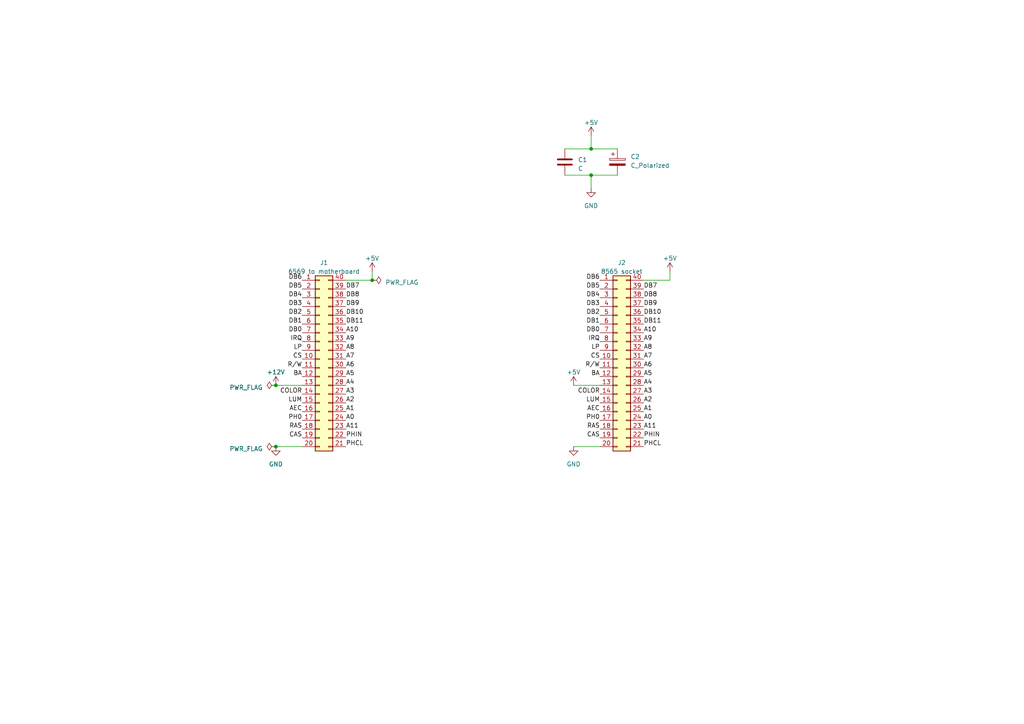
<source format=kicad_sch>
(kicad_sch (version 20230121) (generator eeschema)
  (paper "A4")
  (title_block (title "C64-VIC2 8565 over 6569") (date "2023-02-19") (rev "0.1") (company "FLACO 2023") (comment 1 "Adapted from https://github.com/Jartza/8565_adapter"))
  (lib_symbols
    (symbol "Connector_Generic:Conn_02x20_Counter_Clockwise" (pin_names (offset 1.016) hide)
      (property "Reference" "J" (at 1.27 25.4 0))
      (property "Value" "Conn_02x20_Counter_Clockwise" (at 1.27 -27.94 0))
      (symbol "Conn_02x20_Counter_Clockwise_1_1"
        (rectangle (start -1.27 -25.273) (end 0 -25.527) (stroke (width 0.1524)))
        (rectangle (start -1.27 -22.733) (end 0 -22.987) (stroke (width 0.1524)))
        (rectangle (start -1.27 -20.193) (end 0 -20.447) (stroke (width 0.1524)))
        (rectangle (start -1.27 -17.653) (end 0 -17.907) (stroke (width 0.1524)))
        (rectangle (start -1.27 -15.113) (end 0 -15.367) (stroke (width 0.1524)))
        (rectangle (start -1.27 -12.573) (end 0 -12.827) (stroke (width 0.1524)))
        (rectangle (start -1.27 -10.033) (end 0 -10.287) (stroke (width 0.1524)))
        (rectangle (start -1.27 -7.493) (end 0 -7.747) (stroke (width 0.1524)))
        (rectangle (start -1.27 -4.953) (end 0 -5.207) (stroke (width 0.1524)))
        (rectangle (start -1.27 -2.413) (end 0 -2.667) (stroke (width 0.1524)))
        (rectangle (start -1.27 0.127) (end 0 -0.127) (stroke (width 0.1524)))
        (rectangle (start -1.27 2.667) (end 0 2.413) (stroke (width 0.1524)))
        (rectangle (start -1.27 5.207) (end 0 4.953) (stroke (width 0.1524)))
        (rectangle (start -1.27 7.747) (end 0 7.493) (stroke (width 0.1524)))
        (rectangle (start -1.27 10.287) (end 0 10.033) (stroke (width 0.1524)))
        (rectangle (start -1.27 12.827) (end 0 12.573) (stroke (width 0.1524)))
        (rectangle (start -1.27 15.367) (end 0 15.113) (stroke (width 0.1524)))
        (rectangle (start -1.27 17.907) (end 0 17.653) (stroke (width 0.1524)))
        (rectangle (start -1.27 20.447) (end 0 20.193) (stroke (width 0.1524)))
        (rectangle (start -1.27 22.987) (end 0 22.733) (stroke (width 0.1524)))
        (rectangle (start -1.27 24.13) (end 3.81 -26.67) (stroke (width 0.254)) (fill (type background)))
        (rectangle (start 3.81 -25.273) (end 2.54 -25.527) (stroke (width 0.1524)))
        (rectangle (start 3.81 -22.733) (end 2.54 -22.987) (stroke (width 0.1524)))
        (rectangle (start 3.81 -20.193) (end 2.54 -20.447) (stroke (width 0.1524)))
        (rectangle (start 3.81 -17.653) (end 2.54 -17.907) (stroke (width 0.1524)))
        (rectangle (start 3.81 -15.113) (end 2.54 -15.367) (stroke (width 0.1524)))
        (rectangle (start 3.81 -12.573) (end 2.54 -12.827) (stroke (width 0.1524)))
        (rectangle (start 3.81 -10.033) (end 2.54 -10.287) (stroke (width 0.1524)))
        (rectangle (start 3.81 -7.493) (end 2.54 -7.747) (stroke (width 0.1524)))
        (rectangle (start 3.81 -4.953) (end 2.54 -5.207) (stroke (width 0.1524)))
        (rectangle (start 3.81 -2.413) (end 2.54 -2.667) (stroke (width 0.1524)))
        (rectangle (start 3.81 0.127) (end 2.54 -0.127) (stroke (width 0.1524)))
        (rectangle (start 3.81 2.667) (end 2.54 2.413) (stroke (width 0.1524)))
        (rectangle (start 3.81 5.207) (end 2.54 4.953) (stroke (width 0.1524)))
        (rectangle (start 3.81 7.747) (end 2.54 7.493) (stroke (width 0.1524)))
        (rectangle (start 3.81 10.287) (end 2.54 10.033) (stroke (width 0.1524)))
        (rectangle (start 3.81 12.827) (end 2.54 12.573) (stroke (width 0.1524)))
        (rectangle (start 3.81 15.367) (end 2.54 15.113) (stroke (width 0.1524)))
        (rectangle (start 3.81 17.907) (end 2.54 17.653) (stroke (width 0.1524)))
        (rectangle (start 3.81 20.447) (end 2.54 20.193) (stroke (width 0.1524)))
        (rectangle (start 3.81 22.987) (end 2.54 22.733) (stroke (width 0.1524)))
        (pin passive line (at -5.08 22.86 0) (length 3.81) (name "Pin_1") (number "1"))
        (pin passive line (at -5.08 0 0) (length 3.81) (name "Pin_10") (number "10"))
        (pin passive line (at -5.08 -2.54 0) (length 3.81) (name "Pin_11") (number "11"))
        (pin passive line (at -5.08 -5.08 0) (length 3.81) (name "Pin_12") (number "12"))
        (pin passive line (at -5.08 -7.62 0) (length 3.81) (name "Pin_13") (number "13"))
        (pin passive line (at -5.08 -10.16 0) (length 3.81) (name "Pin_14") (number "14"))
        (pin passive line (at -5.08 -12.7 0) (length 3.81) (name "Pin_15") (number "15"))
        (pin passive line (at -5.08 -15.24 0) (length 3.81) (name "Pin_16") (number "16"))
        (pin passive line (at -5.08 -17.78 0) (length 3.81) (name "Pin_17") (number "17"))
        (pin passive line (at -5.08 -20.32 0) (length 3.81) (name "Pin_18") (number "18"))
        (pin passive line (at -5.08 -22.86 0) (length 3.81) (name "Pin_19") (number "19"))
        (pin passive line (at -5.08 20.32 0) (length 3.81) (name "Pin_2") (number "2"))
        (pin passive line (at -5.08 -25.4 0) (length 3.81) (name "Pin_20") (number "20"))
        (pin passive line (at 7.62 -25.4 180) (length 3.81) (name "Pin_21") (number "21"))
        (pin passive line (at 7.62 -22.86 180) (length 3.81) (name "Pin_22") (number "22"))
        (pin passive line (at 7.62 -20.32 180) (length 3.81) (name "Pin_23") (number "23"))
        (pin passive line (at 7.62 -17.78 180) (length 3.81) (name "Pin_24") (number "24"))
        (pin passive line (at 7.62 -15.24 180) (length 3.81) (name "Pin_25") (number "25"))
        (pin passive line (at 7.62 -12.7 180) (length 3.81) (name "Pin_26") (number "26"))
        (pin passive line (at 7.62 -10.16 180) (length 3.81) (name "Pin_27") (number "27"))
        (pin passive line (at 7.62 -7.62 180) (length 3.81) (name "Pin_28") (number "28"))
        (pin passive line (at 7.62 -5.08 180) (length 3.81) (name "Pin_29") (number "29"))
        (pin passive line (at -5.08 17.78 0) (length 3.81) (name "Pin_3") (number "3"))
        (pin passive line (at 7.62 -2.54 180) (length 3.81) (name "Pin_30") (number "30"))
        (pin passive line (at 7.62 0 180) (length 3.81) (name "Pin_31") (number "31"))
        (pin passive line (at 7.62 2.54 180) (length 3.81) (name "Pin_32") (number "32"))
        (pin passive line (at 7.62 5.08 180) (length 3.81) (name "Pin_33") (number "33"))
        (pin passive line (at 7.62 7.62 180) (length 3.81) (name "Pin_34") (number "34"))
        (pin passive line (at 7.62 10.16 180) (length 3.81) (name "Pin_35") (number "35"))
        (pin passive line (at 7.62 12.7 180) (length 3.81) (name "Pin_36") (number "36"))
        (pin passive line (at 7.62 15.24 180) (length 3.81) (name "Pin_37") (number "37"))
        (pin passive line (at 7.62 17.78 180) (length 3.81) (name "Pin_38") (number "38"))
        (pin passive line (at 7.62 20.32 180) (length 3.81) (name "Pin_39") (number "39"))
        (pin passive line (at -5.08 15.24 0) (length 3.81) (name "Pin_4") (number "4"))
        (pin passive line (at 7.62 22.86 180) (length 3.81) (name "Pin_40") (number "40"))
        (pin passive line (at -5.08 12.7 0) (length 3.81) (name "Pin_5") (number "5"))
        (pin passive line (at -5.08 10.16 0) (length 3.81) (name "Pin_6") (number "6"))
        (pin passive line (at -5.08 7.62 0) (length 3.81) (name "Pin_7") (number "7"))
        (pin passive line (at -5.08 5.08 0) (length 3.81) (name "Pin_8") (number "8"))
        (pin passive line (at -5.08 2.54 0) (length 3.81) (name "Pin_9") (number "9"))
      )
    )
    (symbol "Device:C" (pin_numbers hide) (pin_names (offset 0.254))
      (property "Reference" "C" (at 0.635 2.54 0))
      (property "Value" "C" (at 0.635 -2.54 0))
      (symbol "C_0_1"
        (polyline (pts (xy -2.032 -0.762) (xy 2.032 -0.762)) (stroke (width 0.508)))
        (polyline (pts (xy -2.032 0.762) (xy 2.032 0.762)) (stroke (width 0.508)))
      )
      (symbol "C_1_1"
        (pin passive line (at 0 3.81 270) (length 2.794) (name "~") (number "1"))
        (pin passive line (at 0 -3.81 90) (length 2.794) (name "~") (number "2"))
      )
    )
    (symbol "Device:C_Polarized" (pin_numbers hide) (pin_names (offset 0.254))
      (property "Reference" "C" (at 0.635 2.54 0))
      (property "Value" "C_Polarized" (at 0.635 -2.54 0))
      (symbol "C_Polarized_0_1"
        (rectangle (start -2.286 0.508) (end 2.286 1.016))
        (polyline (pts (xy -1.778 2.286) (xy -0.762 2.286)))
        (polyline (pts (xy -1.27 2.794) (xy -1.27 1.778)))
        (rectangle (start 2.286 -0.508) (end -2.286 -1.016) (fill (type outline)))
      )
      (symbol "C_Polarized_1_1"
        (pin passive line (at 0 3.81 270) (length 2.794) (name "~") (number "1"))
        (pin passive line (at 0 -3.81 90) (length 2.794) (name "~") (number "2"))
      )
    )
    (symbol "power:+12V" (power) (pin_names (offset 0))
      (property "Value" "+12V" (at 0 3.556 0))
      (symbol "+12V_0_1"
        (polyline (pts (xy -0.762 1.27) (xy 0 2.54)))
        (polyline (pts (xy 0 0) (xy 0 2.54)))
        (polyline (pts (xy 0 2.54) (xy 0.762 1.27)))
      )
      (symbol "+12V_1_1"
        (pin power_in line (at 0 0 90) (length 0) hide (name "+12V") (number "1"))
      )
    )
    (symbol "power:+5V" (power) (pin_names (offset 0))
      (property "Value" "+5V" (at 0 3.556 0))
      (symbol "+5V_0_1"
        (polyline (pts (xy -0.762 1.27) (xy 0 2.54)))
        (polyline (pts (xy 0 0) (xy 0 2.54)))
        (polyline (pts (xy 0 2.54) (xy 0.762 1.27)))
      )
      (symbol "+5V_1_1"
        (pin power_in line (at 0 0 90) (length 0) hide (name "+5V") (number "1"))
      )
    )
    (symbol "power:GND" (power) (pin_names (offset 0))
      (property "Value" "GND" (at 0 -3.81 0))
      (symbol "GND_0_1"
        (polyline (pts (xy 0 0) (xy 0 -1.27) (xy 1.27 -1.27) (xy 0 -2.54) (xy -1.27 -1.27) (xy 0 -1.27)))
      )
      (symbol "GND_1_1"
        (pin power_in line (at 0 0 270) (length 0) hide (name "GND") (number "1"))
      )
    )
    (symbol "power:PWR_FLAG" (power) (pin_numbers hide) (pin_names (offset 0) hide)
      (property "Value" "PWR_FLAG" (at 0 3.81 0))
      (symbol "PWR_FLAG_0_0"
        (pin power_out line (at 0 0 90) (length 0) (name "pwr") (number "1"))
      )
      (symbol "PWR_FLAG_0_1"
        (polyline (pts (xy 0 0) (xy 0 1.27) (xy -1.016 1.905) (xy 0 2.54) (xy 1.016 1.905) (xy 0 1.27)))
      )
    )
  )
  (junction (at 107.95 81.28))
  (junction (at 171.45 43.18))
  (junction (at 171.45 50.8))
  (junction (at 80.01 129.54))
  (junction (at 80.01 111.76))
  (wire (pts (xy 163.83 50.8) (xy 171.45 50.8)))
  (wire (pts (xy 107.95 78.74) (xy 107.95 81.28)))
  (wire (pts (xy 107.95 81.28) (xy 100.33 81.28)))
  (wire (pts (xy 80.01 129.54) (xy 87.63 129.54)))
  (wire (pts (xy 194.31 78.74) (xy 194.31 81.28)))
  (wire (pts (xy 171.45 50.8) (xy 179.07 50.8)))
  (wire (pts (xy 171.45 50.8) (xy 171.45 54.61)))
  (wire (pts (xy 171.45 39.37) (xy 171.45 43.18)))
  (wire (pts (xy 194.31 81.28) (xy 186.69 81.28)))
  (wire (pts (xy 166.37 129.54) (xy 173.99 129.54)))
  (wire (pts (xy 171.45 43.18) (xy 179.07 43.18)))
  (wire (pts (xy 166.37 111.76) (xy 173.99 111.76)))
  (wire (pts (xy 163.83 43.18) (xy 171.45 43.18)))
  (wire (pts (xy 80.01 111.76) (xy 87.63 111.76)))
  (label "R{slash}W" (at 173.99 106.68 180))
  (label "A5" (at 100.33 109.22 0))
  (label "BA" (at 173.99 109.22 180))
  (label "PH0" (at 87.63 121.92 180))
  (label "A4" (at 186.69 111.76 0))
  (label "A8" (at 186.69 101.6 0))
  (label "DB2" (at 173.99 91.44 180))
  (label "LUM" (at 173.99 116.84 180))
  (label "A3" (at 186.69 114.3 0))
  (label "RAS" (at 87.63 124.46 180))
  (label "CS" (at 173.99 104.14 180))
  (label "DB4" (at 87.63 86.36 180))
  (label "DB1" (at 87.63 93.98 180))
  (label "DB6" (at 87.63 81.28 180))
  (label "PHCL" (at 100.33 129.54 0))
  (label "A7" (at 186.69 104.14 0))
  (label "A8" (at 100.33 101.6 0))
  (label "A9" (at 100.33 99.06 0))
  (label "LP" (at 87.63 101.6 180))
  (label "A2" (at 186.69 116.84 0))
  (label "A4" (at 100.33 111.76 0))
  (label "RAS" (at 173.99 124.46 180))
  (label "A1" (at 186.69 119.38 0))
  (label "DB2" (at 87.63 91.44 180))
  (label "AEC" (at 87.63 119.38 180))
  (label "DB0" (at 173.99 96.52 180))
  (label "PHIN" (at 100.33 127 0))
  (label "DB0" (at 87.63 96.52 180))
  (label "COLOR" (at 87.63 114.3 180))
  (label "A10" (at 186.69 96.52 0))
  (label "IRQ" (at 173.99 99.06 180))
  (label "A6" (at 186.69 106.68 0))
  (label "PHIN" (at 186.69 127 0))
  (label "A7" (at 100.33 104.14 0))
  (label "CS" (at 87.63 104.14 180))
  (label "A9" (at 186.69 99.06 0))
  (label "A6" (at 100.33 106.68 0))
  (label "DB9" (at 100.33 88.9 0))
  (label "DB8" (at 186.69 86.36 0))
  (label "PHCL" (at 186.69 129.54 0))
  (label "DB5" (at 87.63 83.82 180))
  (label "DB5" (at 173.99 83.82 180))
  (label "DB7" (at 186.69 83.82 0))
  (label "DB3" (at 173.99 88.9 180))
  (label "LP" (at 173.99 101.6 180))
  (label "LUM" (at 87.63 116.84 180))
  (label "AEC" (at 173.99 119.38 180))
  (label "R{slash}W" (at 87.63 106.68 180))
  (label "A10" (at 100.33 96.52 0))
  (label "DB3" (at 87.63 88.9 180))
  (label "A1" (at 100.33 119.38 0))
  (label "DB11" (at 186.69 93.98 0))
  (label "A5" (at 186.69 109.22 0))
  (label "DB10" (at 100.33 91.44 0))
  (label "DB1" (at 173.99 93.98 180))
  (label "CAS" (at 173.99 127 180))
  (label "A11" (at 186.69 124.46 0))
  (label "DB9" (at 186.69 88.9 0))
  (label "IRQ" (at 87.63 99.06 180))
  (label "DB10" (at 186.69 91.44 0))
  (label "DB4" (at 173.99 86.36 180))
  (label "CAS" (at 87.63 127 180))
  (label "COLOR" (at 173.99 114.3 180))
  (label "BA" (at 87.63 109.22 180))
  (label "A3" (at 100.33 114.3 0))
  (label "DB11" (at 100.33 93.98 0))
  (label "DB6" (at 173.99 81.28 180))
  (label "DB7" (at 100.33 83.82 0))
  (label "PH0" (at 173.99 121.92 180))
  (label "A0" (at 100.33 121.92 0))
  (label "A0" (at 186.69 121.92 0))
  (label "DB8" (at 100.33 86.36 0))
  (label "A2" (at 100.33 116.84 0))
  (label "A11" (at 100.33 124.46 0))
  (symbol (lib_id "power:PWR_FLAG") (at 80.01 129.54 90) (unit 1)
    (property "Reference" "#FLG02" (effects hide))
    (property "Value" "PWR_FLAG" (at 76.2 130.175 90) (effects (justify left)))
  )
  (symbol (lib_id "power:GND") (at 171.45 54.61 0) (unit 1)
    (property "Reference" "#PWR08" (effects hide))
    (property "Value" "GND" (at 171.45 59.69 0))
  )
  (symbol (lib_id "Connector_Generic:Conn_02x20_Counter_Clockwise") (at 179.07 104.14 0) (unit 1)
    (property "Reference" "J2" (at 180.34 76.2 0))
    (property "Value" "8565 socket" (at 180.34 78.74 0))
    (property "Footprint" "Package_DIP:DIP-40_W15.24mm" (effects hide))
  )
  (symbol (lib_id "Connector_Generic:Conn_02x20_Counter_Clockwise") (at 92.71 104.14 0) (unit 1)
    (property "Reference" "J1" (at 93.98 76.2 0))
    (property "Value" "6569 to motherboard" (at 93.98 78.74 0))
    (property "Footprint" "Package_DIP:DIP-40_W15.24mm" (effects hide))
  )
  (symbol (lib_id "power:GND") (at 80.01 129.54 0) (unit 1)
    (property "Reference" "#PWR03" (effects hide))
    (property "Value" "GND" (at 80.01 134.62 0))
  )
  (symbol (lib_id "power:+5V") (at 194.31 78.74 0) (unit 1)
    (property "Reference" "#PWR04" (effects hide))
    (property "Value" "+5V" (at 194.31 74.93 0))
  )
  (symbol (lib_id "power:GND") (at 166.37 129.54 0) (unit 1)
    (property "Reference" "#PWR05" (effects hide))
    (property "Value" "GND" (at 166.37 134.62 0))
  )
  (symbol (lib_id "power:+5V") (at 166.37 111.76 0) (unit 1)
    (property "Reference" "#PWR06" (effects hide))
    (property "Value" "+5V" (at 166.37 107.95 0))
  )
  (symbol (lib_id "Device:C_Polarized") (at 179.07 46.99 0) (unit 1)
    (property "Reference" "C2" (at 182.88 45.466 0) (effects (justify left)))
    (property "Value" "C_Polarized" (at 182.88 48.006 0) (effects (justify left)))
    (property "Footprint" "Capacitor_THT:CP_Radial_D5.0mm_P2.50mm" (effects hide))
  )
  (symbol (lib_id "power:+5V") (at 107.95 78.74 0) (unit 1)
    (property "Reference" "#PWR01" (effects hide))
    (property "Value" "+5V" (at 107.95 74.93 0))
  )
  (symbol (lib_id "power:PWR_FLAG") (at 80.01 111.76 90) (unit 1)
    (property "Reference" "#FLG03" (effects hide))
    (property "Value" "PWR_FLAG" (at 76.2 112.395 90) (effects (justify left)))
  )
  (symbol (lib_id "power:+5V") (at 171.45 39.37 0) (unit 1)
    (property "Reference" "#PWR07" (effects hide))
    (property "Value" "+5V" (at 171.45 35.56 0))
  )
  (symbol (lib_id "power:+12V") (at 80.01 111.76 0) (unit 1)
    (property "Reference" "#PWR02" (effects hide))
    (property "Value" "+12V" (at 80.01 107.95 0))
  )
  (symbol (lib_id "power:PWR_FLAG") (at 107.95 81.28 270) (unit 1)
    (property "Reference" "#FLG01" (effects hide))
    (property "Value" "PWR_FLAG" (at 111.76 81.915 90) (effects (justify left)))
  )
  (symbol (lib_id "Device:C") (at 163.83 46.99 0) (unit 1)
    (property "Reference" "C1" (at 167.64 46.355 0) (effects (justify left)))
    (property "Value" "C" (at 167.64 48.895 0) (effects (justify left)))
    (property "Footprint" "Capacitor_SMD:C_0805_2012Metric" (effects hide))
  )
)
</source>
